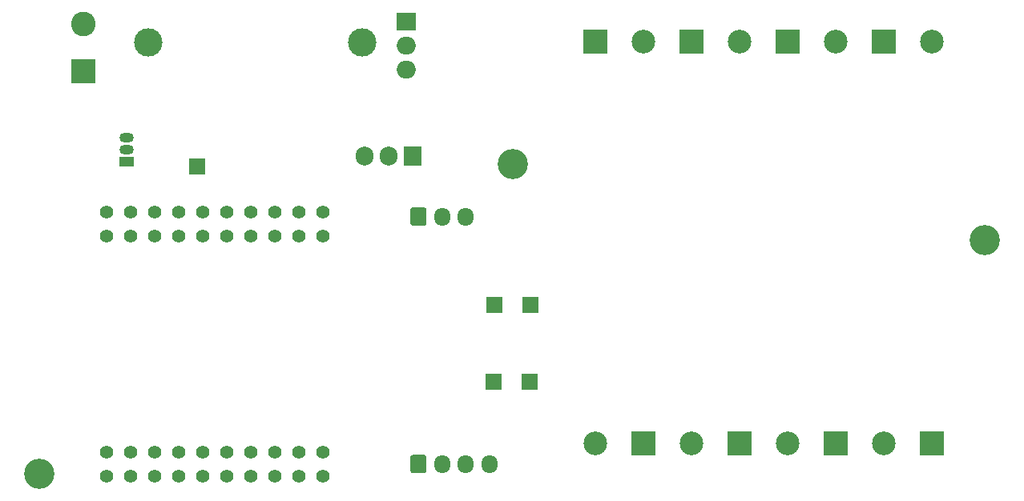
<source format=gbs>
G04 #@! TF.GenerationSoftware,KiCad,Pcbnew,5.1.11-e4df9d881f~92~ubuntu20.04.1*
G04 #@! TF.CreationDate,2021-11-04T00:21:16+01:00*
G04 #@! TF.ProjectId,CC dimmer low voltage,43432064-696d-46d6-9572-206c6f772076,0.98*
G04 #@! TF.SameCoordinates,Original*
G04 #@! TF.FileFunction,Soldermask,Bot*
G04 #@! TF.FilePolarity,Negative*
%FSLAX46Y46*%
G04 Gerber Fmt 4.6, Leading zero omitted, Abs format (unit mm)*
G04 Created by KiCad (PCBNEW 5.1.11-e4df9d881f~92~ubuntu20.04.1) date 2021-11-04 00:21:16*
%MOMM*%
%LPD*%
G01*
G04 APERTURE LIST*
%ADD10C,3.000000*%
%ADD11R,1.700000X1.700000*%
%ADD12C,3.200000*%
%ADD13O,1.700000X1.950000*%
%ADD14O,2.000000X1.905000*%
%ADD15R,2.000000X1.905000*%
%ADD16O,1.500000X1.050000*%
%ADD17R,1.500000X1.050000*%
%ADD18R,1.905000X2.000000*%
%ADD19O,1.905000X2.000000*%
%ADD20R,2.600000X2.600000*%
%ADD21C,2.600000*%
%ADD22C,1.400000*%
%ADD23C,2.500000*%
%ADD24R,2.500000X2.500000*%
G04 APERTURE END LIST*
D10*
X134731400Y-80642200D03*
X112131400Y-80642200D03*
D11*
X152423300Y-116495000D03*
X152473300Y-108445000D03*
D12*
X150652000Y-93545000D03*
X100619200Y-126286000D03*
X200466600Y-101521000D03*
G36*
G01*
X139802000Y-99782200D02*
X139802000Y-98332200D01*
G75*
G02*
X140052000Y-98082200I250000J0D01*
G01*
X141252000Y-98082200D01*
G75*
G02*
X141502000Y-98332200I0J-250000D01*
G01*
X141502000Y-99782200D01*
G75*
G02*
X141252000Y-100032200I-250000J0D01*
G01*
X140052000Y-100032200D01*
G75*
G02*
X139802000Y-99782200I0J250000D01*
G01*
G37*
D13*
X143152000Y-99057200D03*
X145652000Y-99057200D03*
G36*
G01*
X139802000Y-125969600D02*
X139802000Y-124519600D01*
G75*
G02*
X140052000Y-124269600I250000J0D01*
G01*
X141252000Y-124269600D01*
G75*
G02*
X141502000Y-124519600I0J-250000D01*
G01*
X141502000Y-125969600D01*
G75*
G02*
X141252000Y-126219600I-250000J0D01*
G01*
X140052000Y-126219600D01*
G75*
G02*
X139802000Y-125969600I0J250000D01*
G01*
G37*
X143152000Y-125244600D03*
X145652000Y-125244600D03*
X148152000Y-125244600D03*
D11*
X148652000Y-108445000D03*
X148602000Y-116495000D03*
X117230800Y-93774000D03*
D14*
X139354200Y-83487000D03*
X139354200Y-80947000D03*
D15*
X139354200Y-78407000D03*
D16*
X109839400Y-91996000D03*
X109839400Y-90726000D03*
D17*
X109839400Y-93266000D03*
D18*
X140040000Y-92681800D03*
D19*
X137500000Y-92681800D03*
X134960000Y-92681800D03*
D20*
X105242000Y-83690200D03*
D21*
X105242000Y-78690200D03*
D22*
X107722000Y-124025000D03*
X107722000Y-126565000D03*
X110262000Y-126565000D03*
X110262000Y-124025000D03*
X112802000Y-126565000D03*
X112802000Y-124025000D03*
X115342000Y-126565000D03*
X115342000Y-124025000D03*
X117882000Y-126565000D03*
X117882000Y-124025000D03*
X120422000Y-126565000D03*
X120422000Y-124025000D03*
X122962000Y-126565000D03*
X122962000Y-124025000D03*
X125502000Y-126565000D03*
X125502000Y-124025000D03*
X128042000Y-126565000D03*
X128042000Y-124025000D03*
X130582000Y-126565000D03*
X130582000Y-124025000D03*
X107722000Y-101165000D03*
X107722000Y-98625000D03*
X110262000Y-101165000D03*
X110262000Y-98625000D03*
X112802000Y-101165000D03*
X112802000Y-98625000D03*
X115342000Y-101165000D03*
X115342000Y-98625000D03*
X117882000Y-101165000D03*
X117882000Y-98625000D03*
X120422000Y-101165000D03*
X120422000Y-98625000D03*
X122962000Y-101165000D03*
X122962000Y-98625000D03*
X125502000Y-101165000D03*
X125502000Y-98625000D03*
X128042000Y-101165000D03*
X128042000Y-98625000D03*
X130582000Y-101165000D03*
X130582000Y-98625000D03*
D23*
X164432000Y-80545000D03*
D24*
X159352000Y-80545000D03*
X169512000Y-80545000D03*
D23*
X174592000Y-80545000D03*
X184752000Y-80545000D03*
D24*
X179672000Y-80545000D03*
X189832000Y-80545000D03*
D23*
X194912000Y-80545000D03*
D24*
X194902000Y-123015000D03*
D23*
X189822000Y-123015000D03*
X179662000Y-123015000D03*
D24*
X184742000Y-123015000D03*
X174582000Y-123015000D03*
D23*
X169502000Y-123015000D03*
X159332000Y-123015000D03*
D24*
X164412000Y-123015000D03*
M02*

</source>
